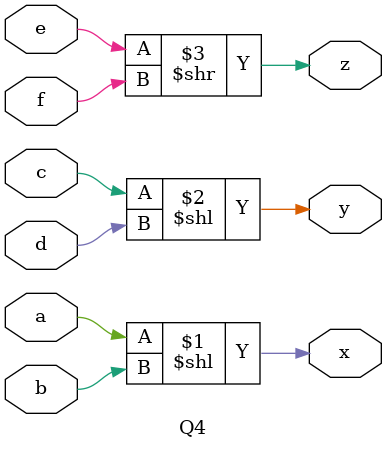
<source format=v>
module Q4(
	input a, b, c, d, e, f,
	output x,y,z);

	// reg a, b, c, d, e, f;
	// wire x,y,z;

	assign x = a << b;
	assign y = c << d;	
	assign z = e >> f;
		
	
endmodule
</source>
